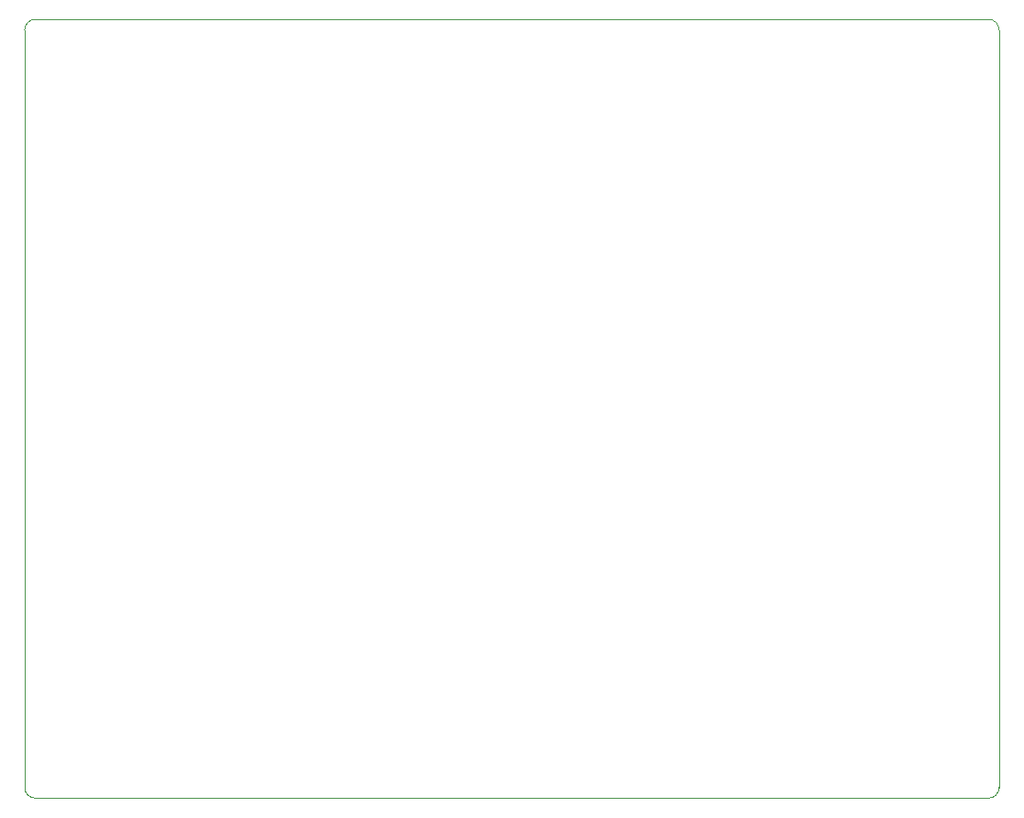
<source format=gko>
G04 #@! TF.GenerationSoftware,KiCad,Pcbnew,5.1.9+dfsg1-1~bpo10+1*
G04 #@! TF.CreationDate,2021-05-10T18:38:47+00:00*
G04 #@! TF.ProjectId,CurrentShuntCircuit,43757272-656e-4745-9368-756e74436972,1*
G04 #@! TF.SameCoordinates,Original*
G04 #@! TF.FileFunction,Profile,NP*
%FSLAX46Y46*%
G04 Gerber Fmt 4.6, Leading zero omitted, Abs format (unit mm)*
G04 Created by KiCad (PCBNEW 5.1.9+dfsg1-1~bpo10+1) date 2021-05-10 18:38:47*
%MOMM*%
%LPD*%
G01*
G04 APERTURE LIST*
G04 #@! TA.AperFunction,Profile*
%ADD10C,0.050000*%
G04 #@! TD*
G04 APERTURE END LIST*
D10*
X141000000Y-130000000D02*
G75*
G02*
X140000000Y-129000000I0J1000000D01*
G01*
X140000000Y-59000000D02*
G75*
G02*
X141000000Y-58000000I1000000J0D01*
G01*
X229000000Y-58000000D02*
G75*
G02*
X230000000Y-59000000I0J-1000000D01*
G01*
X230000000Y-129000000D02*
G75*
G02*
X229000000Y-130000000I-1000000J0D01*
G01*
X229000000Y-130000000D02*
X141000000Y-130000000D01*
X230000000Y-59000000D02*
X230000000Y-129000000D01*
X141000000Y-58000000D02*
X229000000Y-58000000D01*
X140000000Y-129000000D02*
X140000000Y-59000000D01*
M02*

</source>
